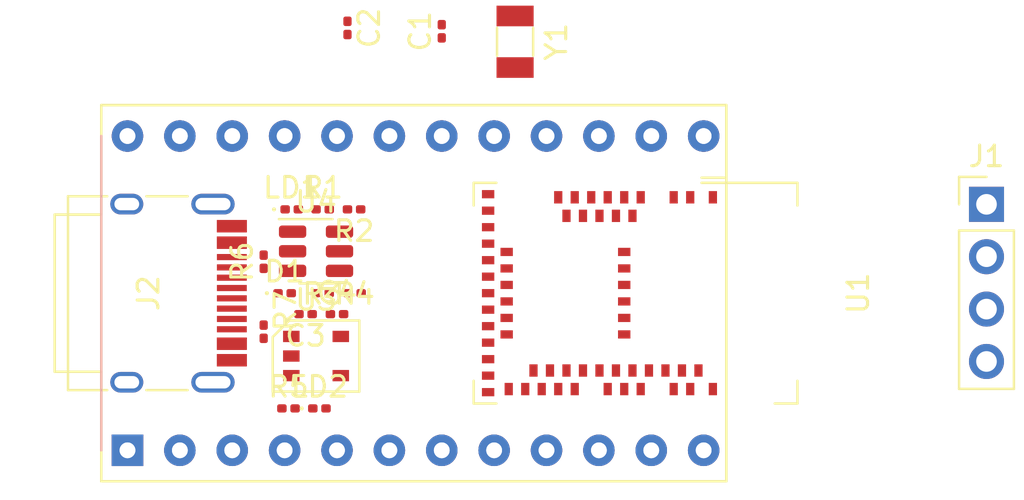
<source format=kicad_pcb>
(kicad_pcb (version 20211014) (generator pcbnew)
  (layers (0 "F.Cu" signal) (31 "B.Cu" signal) (34 "B.Paste" user) (35 "F.Paste" user) (36 "B.SilkS" user "B.Silkscreen") (37 "F.SilkS" user "F.Silkscreen") (38 "B.Mask" user) (39 "F.Mask" user) (44 "Edge.Cuts" user))
  (net 0 "")
  (net 1 "/P0.06")
  (net 2 "/P0.08")
  (net 3 "GND")
  (net 4 "/P0.15")
  (net 5 "/P0.17")
  (net 6 "/P0.20")
  (net 7 "/P0.13")
  (net 8 "/P0.24")
  (net 9 "/P0.09")
  (net 10 "/P0.10")
  (net 11 "/P1.06")
  (net 12 "Net-(U1-Pad17)")
  (net 13 "Net-(U1-Pad18)")
  (net 14 "VBUS")
  (net 15 "nRF_VDD")
  (net 16 "/P0.30")
  (net 17 "/P0.31")
  (net 18 "/P0.29")
  (net 19 "/P0.02")
  (net 20 "/P1.13")
  (net 21 "/P0.03")
  (net 22 "/P0.28")
  (net 23 "/P1.11")
  (net 24 "VBAT")
  (net 25 "SWDIO")
  (net 26 "SWCLK")
  (net 27 "Net-(J2-PadA5)")
  (net 31 "USB_D+")
  (net 33 "USB_D-")
  (net 34 "Net-(J2-PadB5)")
  (net 43 "Net-(LD1-Pad1)")
  (net 45 "Net-(LD1-Pad2)")
  (net 55 "Net-(LD2-Pad1)")
  (net 61 "LED_PIN")
  (net 62 "Net-(R2-Pad2)")
  (net 63 "BATTERT_PIN")
  (net 64 "RESET")
  (footprint "LED_SMD:LED_0201_0603Metric" (layer "F.Cu") (at 134.965 89.916)
    (fp_text reference "LD1" (at 0 -1.05) (layer "F.SilkS"))
    (fp_text value "RED" hide)
    (fp_circle (center -0.86 0) (end -0.81 0) (layer "F.SilkS") (width 0.1) (fill none))
    (pad "1" smd roundrect (at -0.32 0) (size 0.46 0.4) (layers "F.Cu" "F.Mask") (net 43 "Net-(LD1-Pad1)"))
    (pad "2" smd roundrect (at 0.32 0) (size 0.46 0.4) (layers "F.Cu" "F.Mask") (net 45 "Net-(LD1-Pad2)"))
  )
  (footprint "Capacitor_SMD:C_0201_0603Metric" (layer "F.Cu") (at 135.636 94.996 180)
    (fp_text reference "C3" (at 0 -1.05) (layer "F.SilkS"))
    (fp_text value "10uF" hide)
    (pad "1" smd roundrect (at -0.32 0 180) (size 0.46 0.4) (layers "F.Cu" "F.Mask") (net 3 "GND"))
    (pad "2" smd roundrect (at 0.32 0 180) (size 0.46 0.4) (layers "F.Cu" "F.Mask") (net 14 "VBUS"))
  )
  (footprint "MDBTMicro_library:ProMicro" (layer "F.Cu") (at 127 101.6)
    (fp_text reference "U2" hide)
    (fp_text value "ProMicro" hide)
    (fp_line (start -1.27 -15.24) (end -1.27 0) (layer "B.SilkS") (width 0.12))
    (fp_line (start -1.27 -11.43) (end -3.53 -11.43) (layer "F.SilkS") (width 0.12))
    (fp_line (start -3.53 -3.81) (end -1.27 -3.81) (layer "F.SilkS") (width 0.12))
    (fp_line (start 29.04 -16.74) (end -1.27 -16.74) (layer "F.SilkS") (width 0.12))
    (fp_line (start -1.27 1.5) (end 29.04 1.5) (layer "F.SilkS") (width 0.12))
    (fp_line (start -1.27 -3.81) (end -1.27 1.5) (layer "F.SilkS") (width 0.12))
    (fp_line (start -1.27 -16.74) (end -1.27 -11.43) (layer "F.SilkS") (width 0.12))
    (fp_line (start 29.04 1.5) (end 29.04 -16.74) (layer "F.SilkS") (width 0.12))
    (fp_line (start -3.53 -11.43) (end -3.53 -3.81) (layer "F.SilkS") (width 0.12))
    (pad "1" thru_hole trapezoid locked (at 0 0) (size 1.524 1.524) (drill 0.762) (layers *.Cu *.Mask) (net 1 "/P0.06"))
    (pad "2" thru_hole circle locked (at 2.54 0) (size 1.524 1.524) (drill 0.762) (layers *.Cu *.Mask) (net 2 "/P0.08"))
    (pad "3" thru_hole circle locked (at 5.08 0) (size 1.524 1.524) (drill 0.762) (layers *.Cu *.Mask) (net 3 "GND"))
    (pad "4" thru_hole circle locked (at 7.62 0) (size 1.524 1.524) (drill 0.762) (layers *.Cu *.Mask) (net 3 "GND"))
    (pad "5" thru_hole circle locked (at 10.16 0) (size 1.524 1.524) (drill 0.762) (layers *.Cu *.Mask) (net 4 "/P0.15"))
    (pad "6" thru_hole circle locked (at 12.7 0) (size 1.524 1.524) (drill 0.762) (layers *.Cu *.Mask) (net 5 "/P0.17"))
    (pad "7" thru_hole circle locked (at 15.24 0) (size 1.524 1.524) (drill 0.762) (layers *.Cu *.Mask) (net 6 "/P0.20"))
    (pad "8" thru_hole circle locked (at 17.78 0) (size 1.524 1.524) (drill 0.762) (layers *.Cu *.Mask) (net 7 "/P0.13"))
    (pad "9" thru_hole circle locked (at 20.32 0) (size 1.524 1.524) (drill 0.762) (layers *.Cu *.Mask) (net 8 "/P0.24"))
    (pad "10" thru_hole circle locked (at 22.86 0) (size 1.524 1.524) (drill 0.762) (layers *.Cu *.Mask) (net 9 "/P0.09"))
    (pad "11" thru_hole circle locked (at 25.4 0) (size 1.524 1.524) (drill 0.762) (layers *.Cu *.Mask) (net 10 "/P0.10"))
    (pad "12" thru_hole circle locked (at 27.94 0) (size 1.524 1.524) (drill 0.762) (layers *.Cu *.Mask) (net 11 "/P1.06"))
    (pad "13" thru_hole circle locked (at 0 -15.24) (size 1.524 1.524) (drill 0.762) (layers *.Cu *.Mask) (net 24 "VBAT"))
    (pad "14" thru_hole circle locked (at 2.54 -15.24) (size 1.524 1.524) (drill 0.762) (layers *.Cu *.Mask) (net 3 "GND"))
    (pad "15" thru_hole circle locked (at 5.08 -15.24) (size 1.524 1.524) (drill 0.762) (layers *.Cu *.Mask) (net 64 "RESET"))
    (pad "16" thru_hole circle locked (at 7.62 -15.24) (size 1.524 1.524) (drill 0.762) (layers *.Cu *.Mask) (net 15 "nRF_VDD"))
    (pad "17" thru_hole circle locked (at 10.16 -15.24) (size 1.524 1.524) (drill 0.762) (layers *.Cu *.Mask) (net 16 "/P0.30"))
    (pad "18" thru_hole circle locked (at 12.7 -15.24) (size 1.524 1.524) (drill 0.762) (layers *.Cu *.Mask) (net 17 "/P0.31"))
    (pad "19" thru_hole circle locked (at 15.24 -15.24) (size 1.524 1.524) (drill 0.762) (layers *.Cu *.Mask) (net 18 "/P0.29"))
    (pad "20" thru_hole circle locked (at 17.78 -15.24) (size 1.524 1.524) (drill 0.762) (layers *.Cu *.Mask) (net 19 "/P0.02"))
    (pad "21" thru_hole circle locked (at 20.32 -15.24) (size 1.524 1.524) (drill 0.762) (layers *.Cu *.Mask) (net 20 "/P1.13"))
    (pad "22" thru_hole circle locked (at 22.86 -15.24) (size 1.524 1.524) (drill 0.762) (layers *.Cu *.Mask) (net 21 "/P0.03"))
    (pad "23" thru_hole circle locked (at 25.4 -15.24) (size 1.524 1.524) (drill 0.762) (layers *.Cu *.Mask) (net 22 "/P0.28"))
    (pad "24" thru_hole circle locked (at 27.94 -15.24) (size 1.524 1.524) (drill 0.762) (layers *.Cu *.Mask) (net 23 "/P1.11"))
  )
  (footprint "Resistor_SMD:R_0201_0603Metric" (layer "F.Cu") (at 136.464 89.916)
    (fp_text reference "R1" (at 0 -1.05) (layer "F.SilkS"))
    (fp_text value "1k" hide)
    (pad "1" smd roundrect (at -0.32 0) (size 0.46 0.4) (layers "F.Cu" "F.Mask") (net 45 "Net-(LD1-Pad2)"))
    (pad "2" smd roundrect (at 0.32 0) (size 0.46 0.4) (layers "F.Cu" "F.Mask") (net 14 "VBUS"))
  )
  (footprint "RF_Module:Raytac_MDBT50Q" (layer "F.Cu") (at 151.638 93.98 -90)
    (fp_text reference "U1" (at 0 -10.795 -90) (layer "F.SilkS"))
    (fp_text value "MDBT50Q-x1MV2")
    (fp_line (start -5.35 7.85) (end -4.25 7.85) (layer "F.SilkS") (width 0.12))
    (fp_line (start -5.35 6.75) (end -5.35 7.85) (layer "F.SilkS") (width 0.12))
    (fp_line (start 5.35 7.85) (end 4.25 7.85) (layer "F.SilkS") (width 0.12))
    (fp_line (start 5.35 -7.85) (end 5.35 -6.75) (layer "F.SilkS") (width 0.12))
    (fp_line (start 5.35 6.75) (end 5.35 7.85) (layer "F.SilkS") (width 0.12))
    (fp_line (start -4.25 -7.85) (end -5.35 -7.85) (layer "F.SilkS") (width 0.12))
    (fp_line (start -5.35 -7.85) (end -5.35 -3.2) (layer "F.SilkS") (width 0.12))
    (fp_line (start 4.25 -7.85) (end 5.35 -7.85) (layer "F.SilkS") (width 0.12))
    (fp_line (start -5.6 -4.3) (end -5.6 -3.2) (layer "F.SilkS") (width 0.12))
    (pad "1" smd rect (at -4.65 -3.75 270) (size 0.6 0.4) (layers "F.Cu" "F.Paste" "F.Mask") (net 3 "GND"))
    (pad "2" smd rect (at -4.65 -2.65 270) (size 0.6 0.4) (layers "F.Cu" "F.Paste" "F.Mask") (net 3 "GND"))
    (pad "3" smd rect (at -4.65 -1.85 270) (size 0.6 0.4) (layers "F.Cu" "F.Paste" "F.Mask") (net 61 "LED_PIN"))
    (pad "4" smd rect (at -4.65 -0.25 270) (size 0.6 0.4) (layers "F.Cu" "F.Paste" "F.Mask") (net 23 "/P1.11"))
    (pad "5" smd rect (at -3.75 0.15 270) (size 0.6 0.4) (layers "F.Cu" "F.Paste" "F.Mask"))
    (pad "6" smd rect (at -4.65 0.55 270) (size 0.6 0.4) (layers "F.Cu" "F.Paste" "F.Mask") (net 20 "/P1.13"))
    (pad "7" smd rect (at -3.75 0.95 270) (size 0.6 0.4) (layers "F.Cu" "F.Paste" "F.Mask"))
    (pad "8" smd rect (at -4.65 1.35 270) (size 0.6 0.4) (layers "F.Cu" "F.Paste" "F.Mask"))
    (pad "9" smd rect (at -3.75 1.75 270) (size 0.6 0.4) (layers "F.Cu" "F.Paste" "F.Mask") (net 21 "/P0.03"))
    (pad "10" smd rect (at -4.65 2.15 270) (size 0.6 0.4) (layers "F.Cu" "F.Paste" "F.Mask") (net 18 "/P0.29"))
    (pad "11" smd rect (at -3.75 2.55 270) (size 0.6 0.4) (layers "F.Cu" "F.Paste" "F.Mask") (net 19 "/P0.02"))
    (pad "12" smd rect (at -4.65 2.95 270) (size 0.6 0.4) (layers "F.Cu" "F.Paste" "F.Mask") (net 17 "/P0.31"))
    (pad "13" smd rect (at -3.75 3.35 270) (size 0.6 0.4) (layers "F.Cu" "F.Paste" "F.Mask") (net 22 "/P0.28"))
    (pad "14" smd rect (at -4.65 3.75 270) (size 0.6 0.4) (layers "F.Cu" "F.Paste" "F.Mask") (net 16 "/P0.30"))
    (pad "15" smd rect (at -4.8 7.15) (size 0.6 0.4) (layers "F.Cu" "F.Paste" "F.Mask") (net 3 "GND"))
    (pad "16" smd rect (at -4 7.15) (size 0.6 0.4) (layers "F.Cu" "F.Paste" "F.Mask"))
    (pad "17" smd rect (at -3.2 7.15) (size 0.6 0.4) (layers "F.Cu" "F.Paste" "F.Mask") (net 12 "Net-(U1-Pad17)"))
    (pad "18" smd rect (at -2.4 7.15) (size 0.6 0.4) (layers "F.Cu" "F.Paste" "F.Mask") (net 13 "Net-(U1-Pad18)"))
    (pad "19" smd rect (at -2 6.25) (size 0.6 0.4) (layers "F.Cu" "F.Paste" "F.Mask"))
    (pad "20" smd rect (at -1.6 7.15) (size 0.6 0.4) (layers "F.Cu" "F.Paste" "F.Mask") (net 63 "BATTERT_PIN"))
    (pad "21" smd rect (at -1.2 6.25) (size 0.6 0.4) (layers "F.Cu" "F.Paste" "F.Mask"))
    (pad "22" smd rect (at -0.8 7.15) (size 0.6 0.4) (layers "F.Cu" "F.Paste" "F.Mask") (net 1 "/P0.06"))
    (pad "23" smd rect (at -0.4 6.25) (size 0.6 0.4) (layers "F.Cu" "F.Paste" "F.Mask"))
    (pad "24" smd rect (at 0 7.15) (size 0.6 0.4) (layers "F.Cu" "F.Paste" "F.Mask") (net 2 "/P0.08"))
    (pad "25" smd rect (at 0.4 6.25) (size 0.6 0.4) (layers "F.Cu" "F.Paste" "F.Mask"))
    (pad "26" smd rect (at 0.8 7.15) (size 0.6 0.4) (layers "F.Cu" "F.Paste" "F.Mask"))
    (pad "27" smd rect locked (at 1.2 6.25) (size 0.6 0.4) (layers "F.Cu" "F.Paste" "F.Mask"))
    (pad "28" smd rect (at 1.6 7.15) (size 0.6 0.4) (layers "F.Cu" "F.Paste" "F.Mask") (net 15 "nRF_VDD"))
    (pad "29" smd rect (at 2 6.25) (size 0.6 0.4) (layers "F.Cu" "F.Paste" "F.Mask"))
    (pad "30" smd rect (at 2.4 7.15) (size 0.6 0.4) (layers "F.Cu" "F.Paste" "F.Mask") (net 15 "nRF_VDD"))
    (pad "31" smd rect (at 3.2 7.15) (size 0.6 0.4) (layers "F.Cu" "F.Paste" "F.Mask"))
    (pad "32" smd rect (at 4 7.15) (size 0.6 0.4) (layers "F.Cu" "F.Paste" "F.Mask") (net 14 "VBUS"))
    (pad "33" smd rect (at 4.8 7.15) (size 0.6 0.4) (layers "F.Cu" "F.Paste" "F.Mask") (net 3 "GND"))
    (pad "34" smd rect (at 4.65 6.15 270) (size 0.6 0.4) (layers "F.Cu" "F.Paste" "F.Mask") (net 33 "USB_D-"))
    (pad "35" smd rect (at 4.65 5.35 270) (size 0.6 0.4) (layers "F.Cu" "F.Paste" "F.Mask") (net 31 "USB_D+"))
    (pad "36" smd rect (at 3.75 4.95 270) (size 0.6 0.4) (layers "F.Cu" "F.Paste" "F.Mask"))
    (pad "37" smd rect (at 4.65 4.55 270) (size 0.6 0.4) (layers "F.Cu" "F.Paste" "F.Mask") (net 7 "/P0.13"))
    (pad "38" smd rect (at 3.75 4.15 270) (size 0.6 0.4) (layers "F.Cu" "F.Paste" "F.Mask"))
    (pad "39" smd rect (at 4.65 3.75 270) (size 0.6 0.4) (layers "F.Cu" "F.Paste" "F.Mask") (net 4 "/P0.15"))
    (pad "40" smd rect (at 3.75 3.35 270) (size 0.6 0.4) (layers "F.Cu" "F.Paste" "F.Mask") (net 64 "RESET"))
    (pad "41" smd rect (at 4.65 2.95 270) (size 0.6 0.4) (layers "F.Cu" "F.Paste" "F.Mask") (net 5 "/P0.17"))
    (pad "42" smd rect (at 3.75 2.55 270) (size 0.6 0.4) (layers "F.Cu" "F.Paste" "F.Mask"))
    (pad "43" smd rect (at 3.75 1.75 270) (size 0.6 0.4) (layers "F.Cu" "F.Paste" "F.Mask"))
    (pad "44" smd rect (at 4.65 1.35 270) (size 0.6 0.4) (layers "F.Cu" "F.Paste" "F.Mask") (net 6 "/P0.20"))
    (pad "45" smd rect (at 3.75 0.95 270) (size 0.6 0.4) (layers "F.Cu" "F.Paste" "F.Mask"))
    (pad "46" smd rect (at 4.65 0.55 270) (size 0.6 0.4) (layers "F.Cu" "F.Paste" "F.Mask"))
    (pad "47" smd rect (at 3.75 0.15 270) (size 0.6 0.4) (layers "F.Cu" "F.Paste" "F.Mask"))
    (pad "48" smd rect (at 4.65 -0.25 270) (size 0.6 0.4) (layers "F.Cu" "F.Paste" "F.Mask") (net 8 "/P0.24"))
    (pad "49" smd rect (at 3.75 -0.65 270) (size 0.6 0.4) (layers "F.Cu" "F.Paste" "F.Mask"))
    (pad "50" smd rect (at 3.75 -1.45 270) (size 0.6 0.4) (layers "F.Cu" "F.Paste" "F.Mask"))
    (pad "51" smd rect (at 4.65 -1.85 270) (size 0.6 0.4) (layers "F.Cu" "F.Paste" "F.Mask") (net 25 "SWDIO"))
    (pad "52" smd rect (at 3.75 -2.25 270) (size 0.6 0.4) (layers "F.Cu" "F.Paste" "F.Mask") (net 9 "/P0.09"))
    (pad "53" smd rect (at 4.65 -2.65 270) (size 0.6 0.4) (layers "F.Cu" "F.Paste" "F.Mask") (net 26 "SWCLK"))
    (pad "54" smd rect (at 3.75 -3.05 270) (size 0.6 0.4) (layers "F.Cu" "F.Paste" "F.Mask") (net 10 "/P0.10"))
    (pad "55" smd rect (at 4.65 -3.75 270) (size 0.6 0.4) (layers "F.Cu" "F.Paste" "F.Mask") (net 3 "GND"))
    (pad "56" smd rect (at -2 0.55) (size 0.6 0.4) (layers "F.Cu" "F.Paste" "F.Mask"))
    (pad "57" smd rect (at -1.2 0.55) (size 0.6 0.4) (layers "F.Cu" "F.Paste" "F.Mask") (net 11 "/P1.06"))
    (pad "58" smd rect (at -0.4 0.55) (size 0.6 0.4) (layers "F.Cu" "F.Paste" "F.Mask"))
    (pad "59" smd rect (at 0.4 0.55) (size 0.6 0.4) (layers "F.Cu" "F.Paste" "F.Mask"))
    (pad "60" smd rect (at 1.2 0.55) (size 0.6 0.4) (layers "F.Cu" "F.Paste" "F.Mask"))
    (pad "61" smd rect (at 2 0.55) (size 0.6 0.4) (layers "F.Cu" "F.Paste" "F.Mask"))
  )
  (footprint "Connector_USB:USB_C_Receptacle_HRO_TYPE-C-31-M-12" (layer "F.Cu") (at 128.016 93.98 -90)
    (fp_text reference "J2" (at 0 0 -90) (layer "F.SilkS"))
    (fp_text value "USB_C_Receptacle_USB2.0")
    (fp_line (start -4.7 2) (end -4.7 3.9) (layer "F.SilkS") (width 0.12))
    (fp_line (start -4.7 -1.9) (end -4.7 0.1) (layer "F.SilkS") (width 0.12))
    (fp_line (start -4.7 3.9) (end 4.7 3.9) (layer "F.SilkS") (width 0.12))
    (fp_line (start 4.7 -1.9) (end 4.7 0.1) (layer "F.SilkS") (width 0.12))
    (fp_line (start 4.7 2) (end 4.7 3.9) (layer "F.SilkS") (width 0.12))
    (pad "" np_thru_hole circle locked (at -2.89 -2.6 270) (size 0.65 0.65) (drill 0.65) (layers *.Cu *.Mask))
    (pad "" np_thru_hole circle locked (at 2.89 -2.6 270) (size 0.65 0.65) (drill 0.65) (layers *.Cu *.Mask))
    (pad "A1" smd rect locked (at -3.25 -4.045 270) (size 0.6 1.45) (layers "F.Cu" "F.Paste" "F.Mask") (net 3 "GND"))
    (pad "A4" smd rect locked (at -2.45 -4.045 270) (size 0.6 1.45) (layers "F.Cu" "F.Paste" "F.Mask") (net 14 "VBUS"))
    (pad "A5" smd rect locked (at -1.25 -4.045 270) (size 0.3 1.45) (layers "F.Cu" "F.Paste" "F.Mask") (net 27 "Net-(J2-PadA5)"))
    (pad "A6" smd rect locked (at -0.25 -4.045 270) (size 0.3 1.45) (layers "F.Cu" "F.Paste" "F.Mask") (net 31 "USB_D+"))
    (pad "A7" smd rect locked (at 0.25 -4.045 270) (size 0.3 1.45) (layers "F.Cu" "F.Paste" "F.Mask") (net 33 "USB_D-"))
    (pad "A8" smd rect locked (at 1.25 -4.045 270) (size 0.3 1.45) (layers "F.Cu" "F.Paste" "F.Mask"))
    (pad "A9" smd rect locked (at 2.45 -4.045 270) (size 0.6 1.45) (layers "F.Cu" "F.Paste" "F.Mask") (net 14 "VBUS"))
    (pad "A12" smd rect locked (at 3.25 -4.045 270) (size 0.6 1.45) (layers "F.Cu" "F.Paste" "F.Mask") (net 3 "GND"))
    (pad "B1" smd rect locked (at 3.25 -4.045 270) (size 0.6 1.45) (layers "F.Cu" "F.Paste" "F.Mask") (net 3 "GND"))
    (pad "B4" smd rect locked (at 2.45 -4.045 270) (size 0.6 1.45) (layers "F.Cu" "F.Paste" "F.Mask") (net 14 "VBUS"))
    (pad "B5" smd rect locked (at 1.75 -4.045 270) (size 0.3 1.45) (layers "F.Cu" "F.Paste" "F.Mask") (net 34 "Net-(J2-PadB5)"))
    (pad "B6" smd rect locked (at 0.75 -4.045 270) (size 0.3 1.45) (layers "F.Cu" "F.Paste" "F.Mask") (net 31 "USB_D+"))
    (pad "B7" smd rect locked (at -0.75 -4.045 270) (size 0.3 1.45) (layers "F.Cu" "F.Paste" "F.Mask") (net 33 "USB_D-"))
    (pad "B8" smd rect locked (at -1.75 -4.045 270) (size 0.3 1.45) (layers "F.Cu" "F.Paste" "F.Mask"))
    (pad "B9" smd rect locked (at -2.45 -4.045 270) (size 0.6 1.45) (layers "F.Cu" "F.Paste" "F.Mask") (net 14 "VBUS"))
    (pad "B12" smd rect locked (at -3.25 -4.045 270) (size 0.6 1.45) (layers "F.Cu" "F.Paste" "F.Mask") (net 3 "GND"))
    (pad "S1" thru_hole oval locked (at 4.32 -3.13 270) (size 1 2.1) (drill oval 0.6 1.7) (layers *.Cu *.Mask))
    (pad "S1" thru_hole oval locked (at -4.32 1.05 270) (size 1 1.6) (drill oval 0.6 1.2) (layers *.Cu *.Mask))
    (pad "S1" thru_hole oval locked (at -4.32 -3.13 270) (size 1 2.1) (drill oval 0.6 1.7) (layers *.Cu *.Mask))
    (pad "S1" thru_hole oval locked (at 4.32 1.05 270) (size 1 1.6) (drill oval 0.6 1.2) (layers *.Cu *.Mask))
  )
  (footprint "Resistor_SMD:R_0201_0603Metric" (layer "F.Cu") (at 134.808 99.568)
    (fp_text reference "R5" (at 0 -1.05) (layer "F.SilkS"))
    (fp_text value "1k" hide)
    (pad "1" smd roundrect (at -0.32 0) (size 0.46 0.4) (layers "F.Cu" "F.Mask") (net 3 "GND"))
    (pad "2" smd roundrect (at 0.32 0) (size 0.46 0.4) (layers "F.Cu" "F.Mask") (net 55 "Net-(LD2-Pad1)"))
  )
  (footprint "LED_SMD:LED_0201_0603Metric" (layer "F.Cu") (at 136.307 99.568)
    (fp_text reference "LD2" (at 0 -1.05) (layer "F.SilkS"))
    (fp_text value "BLUE" hide)
    (fp_circle (center -0.86 0) (end -0.81 0) (layer "F.SilkS") (width 0.1) (fill none))
    (pad "1" smd roundrect (at -0.32 0) (size 0.46 0.4) (layers "F.Cu" "F.Mask") (net 55 "Net-(LD2-Pad1)"))
    (pad "2" smd roundrect (at 0.32 0) (size 0.46 0.4) (layers "F.Cu" "F.Mask") (net 61 "LED_PIN"))
  )
  (footprint "Resistor_SMD:R_0201_0603Metric" (layer "F.Cu") (at 133.604 92.456 90)
    (fp_text reference "R6" (at 0 -1.05 90) (layer "F.SilkS"))
    (fp_text value "5.1k" hide)
    (pad "1" smd roundrect (at -0.32 0 90) (size 0.46 0.4) (layers "F.Cu" "F.Mask") (net 27 "Net-(J2-PadA5)"))
    (pad "2" smd roundrect (at 0.32 0 90) (size 0.46 0.4) (layers "F.Cu" "F.Mask") (net 3 "GND"))
  )
  (footprint "Resistor_SMD:R_0201_0603Metric" (layer "F.Cu") (at 138.013 93.98 180)
    (fp_text reference "R4" (at 0 -0.034) (layer "F.SilkS"))
    (fp_text value "2M" hide)
    (pad "1" smd roundrect (at -0.32 0 180) (size 0.46 0.4) (layers "F.Cu" "F.Mask") (net 3 "GND"))
    (pad "2" smd roundrect (at 0.32 0 180) (size 0.46 0.4) (layers "F.Cu" "F.Mask") (net 63 "BATTERT_PIN"))
  )
  (footprint "Connector_PinHeader_2.54mm:PinHeader_1x04_P2.54mm_Vertical" (layer "F.Cu") (at 168.656 89.672)
    (fp_text reference "J1" (at 0 -2.33) (layer "F.SilkS"))
    (fp_text value "SWD")
    (fp_line (start 1.33 1.27) (end 1.33 8.95) (layer "F.SilkS") (width 0.12))
    (fp_line (start -1.33 0) (end -1.33 -1.33) (layer "F.SilkS") (width 0.12))
    (fp_line (start -1.33 -1.33) (end 0 -1.33) (layer "F.SilkS") (width 0.12))
    (fp_line (start -1.33 1.27) (end -1.33 8.95) (layer "F.SilkS") (width 0.12))
    (fp_line (start -1.33 1.27) (end 1.33 1.27) (layer "F.SilkS") (width 0.12))
    (fp_line (start -1.33 8.95) (end 1.33 8.95) (layer "F.SilkS") (width 0.12))
    (pad "1" thru_hole rect (at 0 0) (size 1.7 1.7) (drill 1) (layers *.Cu *.Mask) (net 15 "nRF_VDD"))
    (pad "2" thru_hole oval (at 0 2.54) (size 1.7 1.7) (drill 1) (layers *.Cu *.Mask) (net 3 "GND"))
    (pad "3" thru_hole oval (at 0 5.08) (size 1.7 1.7) (drill 1) (layers *.Cu *.Mask) (net 25 "SWDIO"))
    (pad "4" thru_hole oval (at 0 7.62) (size 1.7 1.7) (drill 1) (layers *.Cu *.Mask) (net 26 "SWCLK"))
  )
  (footprint "MDBTMicro_library:SOT-25-5" (layer "F.Cu") (at 136.144 97.028 -90)
    (fp_text reference "U3" (at -2.725 0) (layer "F.SilkS"))
    (fp_text value "XC6220B331MR-G" hide)
    (fp_line (start 1.725 -2.1) (end 1.725 2.1) (layer "F.SilkS") (width 0.12))
    (fp_line (start -1.725 1.3) (end -1.725 -2.1) (layer "F.SilkS") (width 0.12))
    (fp_line (start -0.925 2.1) (end -1.725 1.3) (layer "F.SilkS") (width 0.12))
    (fp_line (start 1.725 2.1) (end -0.925 2.1) (layer "F.SilkS") (width 0.12))
    (fp_line (start -1.725 -2.1) (end 1.725 -2.1) (layer "F.SilkS") (width 0.12))
    (pad "1" smd rect (at -0.95 1.2 270) (size 0.55 0.8) (layers "F.Cu" "F.Paste" "F.Mask") (net 14 "VBUS"))
    (pad "2" smd rect (at 0 1.2 270) (size 0.55 0.8) (layers "F.Cu" "F.Paste" "F.Mask") (net 3 "GND"))
    (pad "3" smd rect (at 0.95 1.2 270) (size 0.55 0.8) (layers "F.Cu" "F.Paste" "F.Mask") (net 14 "VBUS"))
    (pad "4" smd rect (at 0.95 -1.2 270) (size 0.55 0.8) (layers "F.Cu" "F.Paste" "F.Mask"))
    (pad "5" smd rect (at -0.95 -1.2 270) (size 0.55 0.8) (layers "F.Cu" "F.Paste" "F.Mask") (net 15 "nRF_VDD"))
  )
  (footprint "Capacitor_SMD:C_0201_0603Metric" (layer "F.Cu") (at 137.16 94.996)
    (fp_text reference "C4" (at 0 -1.05) (layer "F.SilkS"))
    (fp_text value "10uF" hide)
    (pad "1" smd roundrect (at -0.32 0) (size 0.46 0.4) (layers "F.Cu" "F.Mask") (net 3 "GND"))
    (pad "2" smd roundrect (at 0.32 0) (size 0.46 0.4) (layers "F.Cu" "F.Mask") (net 15 "nRF_VDD"))
  )
  (footprint "Capacitor_SMD:C_0201_0603Metric" (layer "F.Cu") (at 142.24 81.28 90)
    (fp_text reference "C1" (at 0 -1.05 90) (layer "F.SilkS"))
    (fp_text value "12pF" hide)
    (pad "1" smd roundrect (at -0.32 0 90) (size 0.46 0.4) (layers "F.Cu" "F.Mask") (net 3 "GND"))
    (pad "2" smd roundrect (at 0.32 0 90) (size 0.46 0.4) (layers "F.Cu" "F.Mask") (net 12 "Net-(U1-Pad17)"))
  )
  (footprint "MDBTMicro_library:ProMicro" (layer "F.Cu") (at 127 101.6)
    (fp_text reference "U2" hide)
    (fp_text value "ProMicro" hide)
    (fp_line (start -1.27 -15.24) (end -1.27 0) (layer "B.SilkS") (width 0.12))
    (fp_line (start -1.27 -16.74) (end -1.27 -11.43) (layer "F.SilkS") (width 0.12))
    (fp_line (start -1.27 1.5) (end 29.04 1.5) (layer "F.SilkS") (width 0.12))
    (fp_line (start 29.04 1.5) (end 29.04 -16.74) (layer "F.SilkS") (width 0.12))
    (fp_line (start 29.04 -16.74) (end -1.27 -16.74) (layer "F.SilkS") (width 0.12))
    (fp_line (start -3.53 -3.81) (end -1.27 -3.81) (layer "F.SilkS") (width 0.12))
    (fp_line (start -3.53 -11.43) (end -3.53 -3.81) (layer "F.SilkS") (width 0.12))
    (fp_line (start -1.27 -11.43) (end -3.53 -11.43) (layer "F.SilkS") (width 0.12))
    (fp_line (start -1.27 -3.81) (end -1.27 1.5) (layer "F.SilkS") (width 0.12))
    (pad "1" thru_hole trapezoid locked (at 0 0) (size 1.524 1.524) (drill 0.762) (layers *.Cu *.Mask) (net 1 "/P0.06"))
    (pad "2" thru_hole circle locked (at 2.54 0) (size 1.524 1.524) (drill 0.762) (layers *.Cu *.Mask) (net 2 "/P0.08"))
    (pad "3" thru_hole circle locked (at 5.08 0) (size 1.524 1.524) (drill 0.762) (layers *.Cu *.Mask) (net 3 "GND"))
    (pad "4" thru_hole circle locked (at 7.62 0) (size 1.524 1.524) (drill 0.762) (layers *.Cu *.Mask) (net 3 "GND"))
    (pad "5" thru_hole circle locked (at 10.16 0) (size 1.524 1.524) (drill 0.762) (layers *.Cu *.Mask) (net 4 "/P0.15"))
    (pad "6" thru_hole circle locked (at 12.7 0) (size 1.524 1.524) (drill 0.762) (layers *.Cu *.Mask) (net 5 "/P0.17"))
    (pad "7" thru_hole circle locked (at 15.24 0) (size 1.524 1.524) (drill 0.762) (layers *.Cu *.Mask) (net 6 "/P0.20"))
    (pad "8" thru_hole circle locked (at 17.78 0) (size 1.524 1.524) (drill 0.762) (layers *.Cu *.Mask) (net 7 "/P0.13"))
    (pad "9" thru_hole circle locked (at 20.32 0) (size 1.524 1.524) (drill 0.762) (layers *.Cu *.Mask) (net 8 "/P0.24"))
    (pad "10" thru_hole circle locked (at 22.86 0) (size 1.524 1.524) (drill 0.762) (layers *.Cu *.Mask) (net 9 "/P0.09"))
    (pad "11" thru_hole circle locked (at 25.4 0) (size 1.524 1.524) (drill 0.762) (layers *.Cu *.Mask) (net 10 "/P0.10"))
    (pad "12" thru_hole circle locked (at 27.94 0) (size 1.524 1.524) (drill 0.762) (layers *.Cu *.Mask) (net 11 "/P1.06"))
    (pad "13" thru_hole circle locked (at 0 -15.24) (size 1.524 1.524) (drill 0.762) (layers *.Cu *.Mask) (net 24 "VBAT"))
    (pad "14" thru_hole circle locked (at 2.54 -15.24) (size 1.524 1.524) (drill 0.762) (layers *.Cu *.Mask) (net 3 "GND"))
    (pad "15" thru_hole circle locked (at 5.08 -15.24) (size 1.524 1.524) (drill 0.762) (layers *.Cu *.Mask) (net 64 "RESET"))
    (pad "16" thru_hole circle locked (at 7.62 -15.24) (size 1.524 1.524) (drill 0.762) (layers *.Cu *.Mask) (net 15 "nRF_VDD"))
    (pad "17" thru_hole circle locked (at 10.16 -15.24) (size 1.524 1.524) (drill 0.762) (layers *.Cu *.Mask) (net 16 "/P0.30"))
    (pad "18" thru_hole circle locked (at 12.7 -15.24) (size 1.524 1.524) (drill 0.762) (layers *.Cu *.Mask) (net 17 "/P0.31"))
    (pad "19" thru_hole circle locked (at 15.24 -15.24) (size 1.524 1.524) (drill 0.762) (layers *.Cu *.Mask) (net 18 "/P0.29"))
    (pad "20" thru_hole circle locked (at 17.78 -15.24) (size 1.524 1.524) (drill 0.762) (layers *.Cu *.Mask) (net 19 "/P0.02"))
    (pad "21" thru_hole circle locked (at 20.32 -15.24) (size 1.524 1.524) (drill 0.762) (layers *.Cu *.Mask) (net 20 "/P1.13"))
    (pad "22" thru_hole circle locked (at 22.86 -15.24) (size 1.524 1.524) (drill 0.762) (layers *.Cu *.Mask) (net 21 "/P0.03"))
    (pad "23" thru_hole circle locked (at 25.4 -15.24) (size 1.524 1.524) (drill 0.762) (layers *.Cu *.Mask) (net 22 "/P0.28"))
    (pad "24" thru_hole circle locked (at 27.94 -15.24) (size 1.524 1.524) (drill 0.762) (layers *.Cu *.Mask) (net 23 "/P1.11"))
  )
  (footprint "Resistor_SMD:R_0201_0603Metric" (layer "F.Cu") (at 137.988 89.916 180)
    (fp_text reference "R2" (at 0 -1.05) (layer "F.SilkS"))
    (fp_text value "Rprog" hide)
    (pad "1" smd roundrect (at -0.32 0 180) (size 0.46 0.4) (layers "F.Cu" "F.Mask") (net 3 "GND"))
    (pad "2" smd roundrect (at 0.32 0 180) (size 0.46 0.4) (layers "F.Cu" "F.Mask") (net 62 "Net-(R2-Pad2)"))
  )
  (footprint "Resistor_SMD:R_0201_0603Metric" (layer "F.Cu") (at 136.464 93.98 180)
    (fp_text reference "R3" (at 0 -0.034) (layer "F.SilkS"))
    (fp_text value "820k" hide)
    (pad "1" smd roundrect (at -0.32 0 180) (size 0.46 0.4) (layers "F.Cu" "F.Mask") (net 63 "BATTERT_PIN"))
    (pad "2" smd roundrect (at 0.32 0 180) (size 0.46 0.4) (layers "F.Cu" "F.Mask") (net 24 "VBAT"))
  )
  (footprint "Crystal:Crystal_SMD_3215-2Pin_3.2x1.5mm" (layer "F.Cu") (at 145.796 81.788 -90)
    (fp_text reference "Y1" (at 0 -2 90) (layer "F.SilkS"))
    (fp_text value "32.768kHz" hide)
    (fp_line (start -0.675 0.875) (end 0.675 0.875) (layer "F.SilkS") (width 0.12))
    (fp_line (start -0.675 -0.875) (end 0.675 -0.875) (layer "F.SilkS") (width 0.12))
    (pad "1" smd rect (at 1.25 0 270) (size 1 1.8) (layers "F.Cu" "F.Paste" "F.Mask") (net 13 "Net-(U1-Pad18)"))
    (pad "2" smd rect (at -1.25 0 270) (size 1 1.8) (layers "F.Cu" "F.Paste" "F.Mask") (net 12 "Net-(U1-Pad17)"))
  )
  (footprint "Capacitor_SMD:C_0201_0603Metric" (layer "F.Cu") (at 137.668 81.117 -90)
    (fp_text reference "C2" (at 0 -1.05 90) (layer "F.SilkS"))
    (fp_text value "12pF" hide)
    (pad "1" smd roundrect (at -0.32 0 270) (size 0.46 0.4) (layers "F.Cu" "F.Mask") (net 3 "GND"))
    (pad "2" smd roundrect (at 0.32 0 270) (size 0.46 0.4) (layers "F.Cu" "F.Mask") (net 13 "Net-(U1-Pad18)"))
  )
  (footprint "Package_TO_SOT_SMD:SOT-23-6" (layer "F.Cu") (at 136.144 91.948)
    (fp_text reference "U4" (at 0 -2.4) (layer "F.SilkS"))
    (fp_text value "TP4057" hide)
    (fp_line (start 0 1.56) (end 0.8 1.56) (layer "F.SilkS") (width 0.12))
    (fp_line (start 0 -1.56) (end 0.8 -1.56) (layer "F.SilkS") (width 0.12))
    (fp_line (start 0 1.56) (end -0.8 1.56) (layer "F.SilkS") (width 0.12))
    (fp_line (start 0 -1.56) (end -1.8 -1.56) (layer "F.SilkS") (width 0.12))
    (pad "1" smd roundrect (at -1.1375 -0.95) (size 1.325 0.6) (layers "F.Cu" "F.Paste" "F.Mask") (net 43 "Net-(LD1-Pad1)"))
    (pad "2" smd roundrect (at -1.1375 0) (size 1.325 0.6) (layers "F.Cu" "F.Paste" "F.Mask") (net 3 "GND"))
    (pad "3" smd roundrect (at -1.1375 0.95) (size 1.325 0.6) (layers "F.Cu" "F.Paste" "F.Mask") (net 24 "VBAT"))
    (pad "4" smd roundrect (at 1.1375 0.95) (size 1.325 0.6) (layers "F.Cu" "F.Paste" "F.Mask") (net 14 "VBUS"))
    (pad "5" smd roundrect (at 1.1375 0) (size 1.325 0.6) (layers "F.Cu" "F.Paste" "F.Mask"))
    (pad "6" smd roundrect (at 1.1375 -0.95) (size 1.325 0.6) (layers "F.Cu" "F.Paste" "F.Mask") (net 62 "Net-(R2-Pad2)"))
  )
  (footprint "Diode_SMD:D_0201_0603Metric" (layer "F.Cu") (at 134.62 93.98)
    (fp_text reference "D1" (at 0 -1.05) (layer "F.SilkS"))
    (fp_text value "1N5819" hide)
    (fp_circle (center -0.86 0) (end -0.81 0) (layer "F.SilkS") (width 0.1) (fill none))
    (pad "1" smd roundrect (at -0.32 0) (size 0.46 0.4) (layers "F.Cu" "F.Mask") (net 14 "VBUS"))
    (pad "2" smd roundrect (at 0.32 0) (size 0.46 0.4) (layers "F.Cu" "F.Mask") (net 24 "VBAT"))
  )
  (footprint "Resistor_SMD:R_0201_0603Metric" (layer "F.Cu") (at 133.604 95.849 -90)
    (fp_text reference "R7" (at -1.016 -1.05 90) (layer "F.SilkS"))
    (fp_text value "5.1k" hide)
    (pad "1" smd roundrect (at -0.32 0 270) (size 0.46 0.4) (layers "F.Cu" "F.Mask") (net 34 "Net-(J2-PadB5)"))
    (pad "2" smd roundrect (at 0.32 0 270) (size 0.46 0.4) (layers "F.Cu" "F.Mask") (net 3 "GND"))
  )
)
</source>
